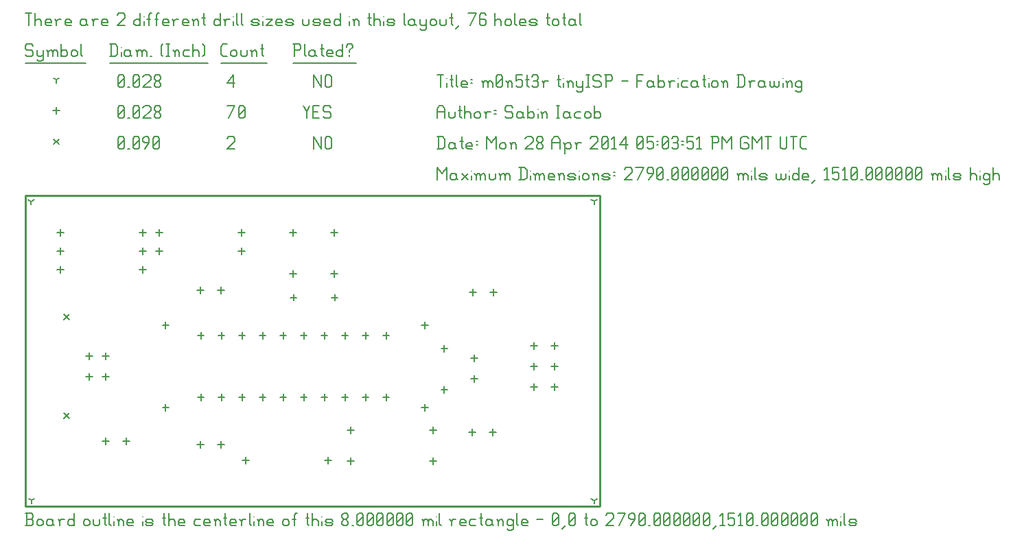
<source format=gbr>
G04 start of page 9 for group -3984 idx -3984 *
G04 Title: m0n5t3r tinyISP, fab *
G04 Creator: pcb 1.99z *
G04 CreationDate: Mon 28 Apr 2014 05:03:51 PM GMT UTC *
G04 For: iacobs *
G04 Format: Gerber/RS-274X *
G04 PCB-Dimensions (mil): 2790.00 1510.00 *
G04 PCB-Coordinate-Origin: lower left *
%MOIN*%
%FSLAX25Y25*%
%LNFAB*%
%ADD46C,0.0100*%
%ADD45C,0.0075*%
%ADD44C,0.0060*%
%ADD43C,0.0080*%
G54D43*X18800Y93200D02*X21200Y90800D01*
X18800D02*X21200Y93200D01*
X18800Y45200D02*X21200Y42800D01*
X18800D02*X21200Y45200D01*
X13800Y178450D02*X16200Y176050D01*
X13800D02*X16200Y178450D01*
G54D44*X140000Y179500D02*Y173500D01*
Y179500D02*X143750Y173500D01*
Y179500D02*Y173500D01*
X145550Y178750D02*Y174250D01*
Y178750D02*X146300Y179500D01*
X147800D01*
X148550Y178750D01*
Y174250D01*
X147800Y173500D02*X148550Y174250D01*
X146300Y173500D02*X147800D01*
X145550Y174250D02*X146300Y173500D01*
X98000Y178750D02*X98750Y179500D01*
X101000D01*
X101750Y178750D01*
Y177250D01*
X98000Y173500D02*X101750Y177250D01*
X98000Y173500D02*X101750D01*
X45000Y174250D02*X45750Y173500D01*
X45000Y178750D02*Y174250D01*
Y178750D02*X45750Y179500D01*
X47250D01*
X48000Y178750D01*
Y174250D01*
X47250Y173500D02*X48000Y174250D01*
X45750Y173500D02*X47250D01*
X45000Y175000D02*X48000Y178000D01*
X49800Y173500D02*X50550D01*
X52350Y174250D02*X53100Y173500D01*
X52350Y178750D02*Y174250D01*
Y178750D02*X53100Y179500D01*
X54600D01*
X55350Y178750D01*
Y174250D01*
X54600Y173500D02*X55350Y174250D01*
X53100Y173500D02*X54600D01*
X52350Y175000D02*X55350Y178000D01*
X57900Y173500D02*X60150Y176500D01*
Y178750D02*Y176500D01*
X59400Y179500D02*X60150Y178750D01*
X57900Y179500D02*X59400D01*
X57150Y178750D02*X57900Y179500D01*
X57150Y178750D02*Y177250D01*
X57900Y176500D01*
X60150D01*
X61950Y174250D02*X62700Y173500D01*
X61950Y178750D02*Y174250D01*
Y178750D02*X62700Y179500D01*
X64200D01*
X64950Y178750D01*
Y174250D01*
X64200Y173500D02*X64950Y174250D01*
X62700Y173500D02*X64200D01*
X61950Y175000D02*X64950Y178000D01*
X68139Y49514D02*Y46314D01*
X66539Y47914D02*X69739D01*
X68139Y89514D02*Y86314D01*
X66539Y87914D02*X69739D01*
X227000Y37600D02*Y34400D01*
X225400Y36000D02*X228600D01*
X217000Y37600D02*Y34400D01*
X215400Y36000D02*X218600D01*
X49018Y33174D02*Y29974D01*
X47418Y31574D02*X50618D01*
X39018Y33174D02*Y29974D01*
X37418Y31574D02*X40618D01*
X217224Y105646D02*Y102446D01*
X215624Y104046D02*X218824D01*
X227224Y105646D02*Y102446D01*
X225624Y104046D02*X228824D01*
X85000Y31600D02*Y28400D01*
X83400Y30000D02*X86600D01*
X95000Y31600D02*Y28400D01*
X93400Y30000D02*X96600D01*
X257000Y59600D02*Y56400D01*
X255400Y58000D02*X258600D01*
X247000Y59600D02*Y56400D01*
X245400Y58000D02*X248600D01*
X257000Y69600D02*Y66400D01*
X255400Y68000D02*X258600D01*
X247000Y69600D02*Y66400D01*
X245400Y68000D02*X248600D01*
X257000Y79600D02*Y76400D01*
X255400Y78000D02*X258600D01*
X247000Y79600D02*Y76400D01*
X245400Y78000D02*X248600D01*
X95000Y106600D02*Y103400D01*
X93400Y105000D02*X96600D01*
X85000Y106600D02*Y103400D01*
X83400Y105000D02*X86600D01*
X57000Y116600D02*Y113400D01*
X55400Y115000D02*X58600D01*
X17000Y116600D02*Y113400D01*
X15400Y115000D02*X18600D01*
X39000Y64600D02*Y61400D01*
X37400Y63000D02*X40600D01*
X39000Y74600D02*Y71400D01*
X37400Y73000D02*X40600D01*
X31000Y74600D02*Y71400D01*
X29400Y73000D02*X32600D01*
X31000Y64600D02*Y61400D01*
X29400Y63000D02*X32600D01*
X175170Y84502D02*Y81302D01*
X173570Y82902D02*X176770D01*
X165170Y84502D02*Y81302D01*
X163570Y82902D02*X166770D01*
X155170Y84502D02*Y81302D01*
X153570Y82902D02*X156770D01*
X145170Y84502D02*Y81302D01*
X143570Y82902D02*X146770D01*
X135170Y84502D02*Y81302D01*
X133570Y82902D02*X136770D01*
X125170Y84502D02*Y81302D01*
X123570Y82902D02*X126770D01*
X115170Y84502D02*Y81302D01*
X113570Y82902D02*X116770D01*
X105170Y84502D02*Y81302D01*
X103570Y82902D02*X106770D01*
X95170Y84502D02*Y81302D01*
X93570Y82902D02*X96770D01*
X85170Y84502D02*Y81302D01*
X83570Y82902D02*X86770D01*
X85170Y54502D02*Y51302D01*
X83570Y52902D02*X86770D01*
X95170Y54502D02*Y51302D01*
X93570Y52902D02*X96770D01*
X105170Y54502D02*Y51302D01*
X103570Y52902D02*X106770D01*
X115170Y54502D02*Y51302D01*
X113570Y52902D02*X116770D01*
X125170Y54502D02*Y51302D01*
X123570Y52902D02*X126770D01*
X135170Y54502D02*Y51302D01*
X133570Y52902D02*X136770D01*
X145170Y54502D02*Y51302D01*
X143570Y52902D02*X146770D01*
X155170Y54502D02*Y51302D01*
X153570Y52902D02*X156770D01*
X165170Y54502D02*Y51302D01*
X163570Y52902D02*X166770D01*
X175170Y54502D02*Y51302D01*
X173570Y52902D02*X176770D01*
X17000Y134600D02*Y131400D01*
X15400Y133000D02*X18600D01*
X57000Y134600D02*Y131400D01*
X55400Y133000D02*X58600D01*
X17000Y125600D02*Y122400D01*
X15400Y124000D02*X18600D01*
X57000Y125600D02*Y122400D01*
X55400Y124000D02*X58600D01*
X105000Y125600D02*Y122400D01*
X103400Y124000D02*X106600D01*
X65000Y125600D02*Y122400D01*
X63400Y124000D02*X66600D01*
X158000Y38600D02*Y35400D01*
X156400Y37000D02*X159600D01*
X198000Y38600D02*Y35400D01*
X196400Y37000D02*X199600D01*
X158000Y23627D02*Y20427D01*
X156400Y22027D02*X159600D01*
X198000Y23627D02*Y20427D01*
X196400Y22027D02*X199600D01*
X107000Y23878D02*Y20678D01*
X105400Y22278D02*X108600D01*
X147000Y23878D02*Y20678D01*
X145400Y22278D02*X148600D01*
X194000Y49600D02*Y46400D01*
X192400Y48000D02*X195600D01*
X194000Y89600D02*Y86400D01*
X192400Y88000D02*X195600D01*
X203433Y58170D02*Y54970D01*
X201833Y56570D02*X205033D01*
X203433Y78170D02*Y74970D01*
X201833Y76570D02*X205033D01*
X218000Y63600D02*Y60400D01*
X216400Y62000D02*X219600D01*
X218000Y73600D02*Y70400D01*
X216400Y72000D02*X219600D01*
X150000Y134600D02*Y131400D01*
X148400Y133000D02*X151600D01*
X150000Y114600D02*Y111400D01*
X148400Y113000D02*X151600D01*
X130000Y134600D02*Y131400D01*
X128400Y133000D02*X131600D01*
X130000Y114600D02*Y111400D01*
X128400Y113000D02*X131600D01*
X150159Y103083D02*Y99883D01*
X148559Y101483D02*X151759D01*
X130159Y103083D02*Y99883D01*
X128559Y101483D02*X131759D01*
X105000Y134600D02*Y131400D01*
X103400Y133000D02*X106600D01*
X65000Y134600D02*Y131400D01*
X63400Y133000D02*X66600D01*
X276200Y148200D02*Y146600D01*
Y148200D02*X277587Y149000D01*
X276200Y148200D02*X274813Y149000D01*
X276200Y2800D02*Y1200D01*
Y2800D02*X277587Y3600D01*
X276200Y2800D02*X274813Y3600D01*
X2900Y2900D02*Y1300D01*
Y2900D02*X4287Y3700D01*
X2900Y2900D02*X1513Y3700D01*
X2800Y148100D02*Y146500D01*
Y148100D02*X4187Y148900D01*
X2800Y148100D02*X1413Y148900D01*
X15000Y193850D02*Y190650D01*
X13400Y192250D02*X16600D01*
X135000Y194500D02*X136500Y191500D01*
X138000Y194500D01*
X136500Y191500D02*Y188500D01*
X139800Y191800D02*X142050D01*
X139800Y188500D02*X142800D01*
X139800Y194500D02*Y188500D01*
Y194500D02*X142800D01*
X147600D02*X148350Y193750D01*
X145350Y194500D02*X147600D01*
X144600Y193750D02*X145350Y194500D01*
X144600Y193750D02*Y192250D01*
X145350Y191500D01*
X147600D01*
X148350Y190750D01*
Y189250D01*
X147600Y188500D02*X148350Y189250D01*
X145350Y188500D02*X147600D01*
X144600Y189250D02*X145350Y188500D01*
X98750D02*X101750Y194500D01*
X98000D02*X101750D01*
X103550Y189250D02*X104300Y188500D01*
X103550Y193750D02*Y189250D01*
Y193750D02*X104300Y194500D01*
X105800D01*
X106550Y193750D01*
Y189250D01*
X105800Y188500D02*X106550Y189250D01*
X104300Y188500D02*X105800D01*
X103550Y190000D02*X106550Y193000D01*
X15000Y207250D02*Y205650D01*
Y207250D02*X16387Y208050D01*
X15000Y207250D02*X13613Y208050D01*
X140000Y209500D02*Y203500D01*
Y209500D02*X143750Y203500D01*
Y209500D02*Y203500D01*
X145550Y208750D02*Y204250D01*
Y208750D02*X146300Y209500D01*
X147800D01*
X148550Y208750D01*
Y204250D01*
X147800Y203500D02*X148550Y204250D01*
X146300Y203500D02*X147800D01*
X145550Y204250D02*X146300Y203500D01*
X98000Y205750D02*X101000Y209500D01*
X98000Y205750D02*X101750D01*
X101000Y209500D02*Y203500D01*
X45000Y204250D02*X45750Y203500D01*
X45000Y208750D02*Y204250D01*
Y208750D02*X45750Y209500D01*
X47250D01*
X48000Y208750D01*
Y204250D01*
X47250Y203500D02*X48000Y204250D01*
X45750Y203500D02*X47250D01*
X45000Y205000D02*X48000Y208000D01*
X49800Y203500D02*X50550D01*
X52350Y204250D02*X53100Y203500D01*
X52350Y208750D02*Y204250D01*
Y208750D02*X53100Y209500D01*
X54600D01*
X55350Y208750D01*
Y204250D01*
X54600Y203500D02*X55350Y204250D01*
X53100Y203500D02*X54600D01*
X52350Y205000D02*X55350Y208000D01*
X57150Y208750D02*X57900Y209500D01*
X60150D01*
X60900Y208750D01*
Y207250D01*
X57150Y203500D02*X60900Y207250D01*
X57150Y203500D02*X60900D01*
X62700Y204250D02*X63450Y203500D01*
X62700Y205450D02*Y204250D01*
Y205450D02*X63750Y206500D01*
X64650D01*
X65700Y205450D01*
Y204250D01*
X64950Y203500D02*X65700Y204250D01*
X63450Y203500D02*X64950D01*
X62700Y207550D02*X63750Y206500D01*
X62700Y208750D02*Y207550D01*
Y208750D02*X63450Y209500D01*
X64950D01*
X65700Y208750D01*
Y207550D01*
X64650Y206500D02*X65700Y207550D01*
X45000Y189250D02*X45750Y188500D01*
X45000Y193750D02*Y189250D01*
Y193750D02*X45750Y194500D01*
X47250D01*
X48000Y193750D01*
Y189250D01*
X47250Y188500D02*X48000Y189250D01*
X45750Y188500D02*X47250D01*
X45000Y190000D02*X48000Y193000D01*
X49800Y188500D02*X50550D01*
X52350Y189250D02*X53100Y188500D01*
X52350Y193750D02*Y189250D01*
Y193750D02*X53100Y194500D01*
X54600D01*
X55350Y193750D01*
Y189250D01*
X54600Y188500D02*X55350Y189250D01*
X53100Y188500D02*X54600D01*
X52350Y190000D02*X55350Y193000D01*
X57150Y193750D02*X57900Y194500D01*
X60150D01*
X60900Y193750D01*
Y192250D01*
X57150Y188500D02*X60900Y192250D01*
X57150Y188500D02*X60900D01*
X62700Y189250D02*X63450Y188500D01*
X62700Y190450D02*Y189250D01*
Y190450D02*X63750Y191500D01*
X64650D01*
X65700Y190450D01*
Y189250D01*
X64950Y188500D02*X65700Y189250D01*
X63450Y188500D02*X64950D01*
X62700Y192550D02*X63750Y191500D01*
X62700Y193750D02*Y192550D01*
Y193750D02*X63450Y194500D01*
X64950D01*
X65700Y193750D01*
Y192550D01*
X64650Y191500D02*X65700Y192550D01*
X3000Y224500D02*X3750Y223750D01*
X750Y224500D02*X3000D01*
X0Y223750D02*X750Y224500D01*
X0Y223750D02*Y222250D01*
X750Y221500D01*
X3000D01*
X3750Y220750D01*
Y219250D01*
X3000Y218500D02*X3750Y219250D01*
X750Y218500D02*X3000D01*
X0Y219250D02*X750Y218500D01*
X5550Y221500D02*Y219250D01*
X6300Y218500D01*
X8550Y221500D02*Y217000D01*
X7800Y216250D02*X8550Y217000D01*
X6300Y216250D02*X7800D01*
X5550Y217000D02*X6300Y216250D01*
Y218500D02*X7800D01*
X8550Y219250D01*
X11100Y220750D02*Y218500D01*
Y220750D02*X11850Y221500D01*
X12600D01*
X13350Y220750D01*
Y218500D01*
Y220750D02*X14100Y221500D01*
X14850D01*
X15600Y220750D01*
Y218500D01*
X10350Y221500D02*X11100Y220750D01*
X17400Y224500D02*Y218500D01*
Y219250D02*X18150Y218500D01*
X19650D01*
X20400Y219250D01*
Y220750D02*Y219250D01*
X19650Y221500D02*X20400Y220750D01*
X18150Y221500D02*X19650D01*
X17400Y220750D02*X18150Y221500D01*
X22200Y220750D02*Y219250D01*
Y220750D02*X22950Y221500D01*
X24450D01*
X25200Y220750D01*
Y219250D01*
X24450Y218500D02*X25200Y219250D01*
X22950Y218500D02*X24450D01*
X22200Y219250D02*X22950Y218500D01*
X27000Y224500D02*Y219250D01*
X27750Y218500D01*
X0Y215250D02*X29250D01*
X41750Y224500D02*Y218500D01*
X43700Y224500D02*X44750Y223450D01*
Y219550D01*
X43700Y218500D02*X44750Y219550D01*
X41000Y218500D02*X43700D01*
X41000Y224500D02*X43700D01*
G54D45*X46550Y223000D02*Y222850D01*
G54D44*Y220750D02*Y218500D01*
X50300Y221500D02*X51050Y220750D01*
X48800Y221500D02*X50300D01*
X48050Y220750D02*X48800Y221500D01*
X48050Y220750D02*Y219250D01*
X48800Y218500D01*
X51050Y221500D02*Y219250D01*
X51800Y218500D01*
X48800D02*X50300D01*
X51050Y219250D01*
X54350Y220750D02*Y218500D01*
Y220750D02*X55100Y221500D01*
X55850D01*
X56600Y220750D01*
Y218500D01*
Y220750D02*X57350Y221500D01*
X58100D01*
X58850Y220750D01*
Y218500D01*
X53600Y221500D02*X54350Y220750D01*
X60650Y218500D02*X61400D01*
X65900Y219250D02*X66650Y218500D01*
X65900Y223750D02*X66650Y224500D01*
X65900Y223750D02*Y219250D01*
X68450Y224500D02*X69950D01*
X69200D02*Y218500D01*
X68450D02*X69950D01*
X72500Y220750D02*Y218500D01*
Y220750D02*X73250Y221500D01*
X74000D01*
X74750Y220750D01*
Y218500D01*
X71750Y221500D02*X72500Y220750D01*
X77300Y221500D02*X79550D01*
X76550Y220750D02*X77300Y221500D01*
X76550Y220750D02*Y219250D01*
X77300Y218500D01*
X79550D01*
X81350Y224500D02*Y218500D01*
Y220750D02*X82100Y221500D01*
X83600D01*
X84350Y220750D01*
Y218500D01*
X86150Y224500D02*X86900Y223750D01*
Y219250D01*
X86150Y218500D02*X86900Y219250D01*
X41000Y215250D02*X88700D01*
X96050Y218500D02*X98000D01*
X95000Y219550D02*X96050Y218500D01*
X95000Y223450D02*Y219550D01*
Y223450D02*X96050Y224500D01*
X98000D01*
X99800Y220750D02*Y219250D01*
Y220750D02*X100550Y221500D01*
X102050D01*
X102800Y220750D01*
Y219250D01*
X102050Y218500D02*X102800Y219250D01*
X100550Y218500D02*X102050D01*
X99800Y219250D02*X100550Y218500D01*
X104600Y221500D02*Y219250D01*
X105350Y218500D01*
X106850D01*
X107600Y219250D01*
Y221500D02*Y219250D01*
X110150Y220750D02*Y218500D01*
Y220750D02*X110900Y221500D01*
X111650D01*
X112400Y220750D01*
Y218500D01*
X109400Y221500D02*X110150Y220750D01*
X114950Y224500D02*Y219250D01*
X115700Y218500D01*
X114200Y222250D02*X115700D01*
X95000Y215250D02*X117200D01*
X130750Y224500D02*Y218500D01*
X130000Y224500D02*X133000D01*
X133750Y223750D01*
Y222250D01*
X133000Y221500D02*X133750Y222250D01*
X130750Y221500D02*X133000D01*
X135550Y224500D02*Y219250D01*
X136300Y218500D01*
X140050Y221500D02*X140800Y220750D01*
X138550Y221500D02*X140050D01*
X137800Y220750D02*X138550Y221500D01*
X137800Y220750D02*Y219250D01*
X138550Y218500D01*
X140800Y221500D02*Y219250D01*
X141550Y218500D01*
X138550D02*X140050D01*
X140800Y219250D01*
X144100Y224500D02*Y219250D01*
X144850Y218500D01*
X143350Y222250D02*X144850D01*
X147100Y218500D02*X149350D01*
X146350Y219250D02*X147100Y218500D01*
X146350Y220750D02*Y219250D01*
Y220750D02*X147100Y221500D01*
X148600D01*
X149350Y220750D01*
X146350Y220000D02*X149350D01*
Y220750D02*Y220000D01*
X154150Y224500D02*Y218500D01*
X153400D02*X154150Y219250D01*
X151900Y218500D02*X153400D01*
X151150Y219250D02*X151900Y218500D01*
X151150Y220750D02*Y219250D01*
Y220750D02*X151900Y221500D01*
X153400D01*
X154150Y220750D01*
X157450Y221500D02*Y220750D01*
Y219250D02*Y218500D01*
X155950Y223750D02*Y223000D01*
Y223750D02*X156700Y224500D01*
X158200D01*
X158950Y223750D01*
Y223000D01*
X157450Y221500D02*X158950Y223000D01*
X130000Y215250D02*X160750D01*
X0Y239500D02*X3000D01*
X1500D02*Y233500D01*
X4800Y239500D02*Y233500D01*
Y235750D02*X5550Y236500D01*
X7050D01*
X7800Y235750D01*
Y233500D01*
X10350D02*X12600D01*
X9600Y234250D02*X10350Y233500D01*
X9600Y235750D02*Y234250D01*
Y235750D02*X10350Y236500D01*
X11850D01*
X12600Y235750D01*
X9600Y235000D02*X12600D01*
Y235750D02*Y235000D01*
X15150Y235750D02*Y233500D01*
Y235750D02*X15900Y236500D01*
X17400D01*
X14400D02*X15150Y235750D01*
X19950Y233500D02*X22200D01*
X19200Y234250D02*X19950Y233500D01*
X19200Y235750D02*Y234250D01*
Y235750D02*X19950Y236500D01*
X21450D01*
X22200Y235750D01*
X19200Y235000D02*X22200D01*
Y235750D02*Y235000D01*
X28950Y236500D02*X29700Y235750D01*
X27450Y236500D02*X28950D01*
X26700Y235750D02*X27450Y236500D01*
X26700Y235750D02*Y234250D01*
X27450Y233500D01*
X29700Y236500D02*Y234250D01*
X30450Y233500D01*
X27450D02*X28950D01*
X29700Y234250D01*
X33000Y235750D02*Y233500D01*
Y235750D02*X33750Y236500D01*
X35250D01*
X32250D02*X33000Y235750D01*
X37800Y233500D02*X40050D01*
X37050Y234250D02*X37800Y233500D01*
X37050Y235750D02*Y234250D01*
Y235750D02*X37800Y236500D01*
X39300D01*
X40050Y235750D01*
X37050Y235000D02*X40050D01*
Y235750D02*Y235000D01*
X44550Y238750D02*X45300Y239500D01*
X47550D01*
X48300Y238750D01*
Y237250D01*
X44550Y233500D02*X48300Y237250D01*
X44550Y233500D02*X48300D01*
X55800Y239500D02*Y233500D01*
X55050D02*X55800Y234250D01*
X53550Y233500D02*X55050D01*
X52800Y234250D02*X53550Y233500D01*
X52800Y235750D02*Y234250D01*
Y235750D02*X53550Y236500D01*
X55050D01*
X55800Y235750D01*
G54D45*X57600Y238000D02*Y237850D01*
G54D44*Y235750D02*Y233500D01*
X59850Y238750D02*Y233500D01*
Y238750D02*X60600Y239500D01*
X61350D01*
X59100Y236500D02*X60600D01*
X63600Y238750D02*Y233500D01*
Y238750D02*X64350Y239500D01*
X65100D01*
X62850Y236500D02*X64350D01*
X67350Y233500D02*X69600D01*
X66600Y234250D02*X67350Y233500D01*
X66600Y235750D02*Y234250D01*
Y235750D02*X67350Y236500D01*
X68850D01*
X69600Y235750D01*
X66600Y235000D02*X69600D01*
Y235750D02*Y235000D01*
X72150Y235750D02*Y233500D01*
Y235750D02*X72900Y236500D01*
X74400D01*
X71400D02*X72150Y235750D01*
X76950Y233500D02*X79200D01*
X76200Y234250D02*X76950Y233500D01*
X76200Y235750D02*Y234250D01*
Y235750D02*X76950Y236500D01*
X78450D01*
X79200Y235750D01*
X76200Y235000D02*X79200D01*
Y235750D02*Y235000D01*
X81750Y235750D02*Y233500D01*
Y235750D02*X82500Y236500D01*
X83250D01*
X84000Y235750D01*
Y233500D01*
X81000Y236500D02*X81750Y235750D01*
X86550Y239500D02*Y234250D01*
X87300Y233500D01*
X85800Y237250D02*X87300D01*
X94500Y239500D02*Y233500D01*
X93750D02*X94500Y234250D01*
X92250Y233500D02*X93750D01*
X91500Y234250D02*X92250Y233500D01*
X91500Y235750D02*Y234250D01*
Y235750D02*X92250Y236500D01*
X93750D01*
X94500Y235750D01*
X97050D02*Y233500D01*
Y235750D02*X97800Y236500D01*
X99300D01*
X96300D02*X97050Y235750D01*
G54D45*X101100Y238000D02*Y237850D01*
G54D44*Y235750D02*Y233500D01*
X102600Y239500D02*Y234250D01*
X103350Y233500D01*
X104850Y239500D02*Y234250D01*
X105600Y233500D01*
X110550D02*X112800D01*
X113550Y234250D01*
X112800Y235000D02*X113550Y234250D01*
X110550Y235000D02*X112800D01*
X109800Y235750D02*X110550Y235000D01*
X109800Y235750D02*X110550Y236500D01*
X112800D01*
X113550Y235750D01*
X109800Y234250D02*X110550Y233500D01*
G54D45*X115350Y238000D02*Y237850D01*
G54D44*Y235750D02*Y233500D01*
X116850Y236500D02*X119850D01*
X116850Y233500D02*X119850Y236500D01*
X116850Y233500D02*X119850D01*
X122400D02*X124650D01*
X121650Y234250D02*X122400Y233500D01*
X121650Y235750D02*Y234250D01*
Y235750D02*X122400Y236500D01*
X123900D01*
X124650Y235750D01*
X121650Y235000D02*X124650D01*
Y235750D02*Y235000D01*
X127200Y233500D02*X129450D01*
X130200Y234250D01*
X129450Y235000D02*X130200Y234250D01*
X127200Y235000D02*X129450D01*
X126450Y235750D02*X127200Y235000D01*
X126450Y235750D02*X127200Y236500D01*
X129450D01*
X130200Y235750D01*
X126450Y234250D02*X127200Y233500D01*
X134700Y236500D02*Y234250D01*
X135450Y233500D01*
X136950D01*
X137700Y234250D01*
Y236500D02*Y234250D01*
X140250Y233500D02*X142500D01*
X143250Y234250D01*
X142500Y235000D02*X143250Y234250D01*
X140250Y235000D02*X142500D01*
X139500Y235750D02*X140250Y235000D01*
X139500Y235750D02*X140250Y236500D01*
X142500D01*
X143250Y235750D01*
X139500Y234250D02*X140250Y233500D01*
X145800D02*X148050D01*
X145050Y234250D02*X145800Y233500D01*
X145050Y235750D02*Y234250D01*
Y235750D02*X145800Y236500D01*
X147300D01*
X148050Y235750D01*
X145050Y235000D02*X148050D01*
Y235750D02*Y235000D01*
X152850Y239500D02*Y233500D01*
X152100D02*X152850Y234250D01*
X150600Y233500D02*X152100D01*
X149850Y234250D02*X150600Y233500D01*
X149850Y235750D02*Y234250D01*
Y235750D02*X150600Y236500D01*
X152100D01*
X152850Y235750D01*
G54D45*X157350Y238000D02*Y237850D01*
G54D44*Y235750D02*Y233500D01*
X159600Y235750D02*Y233500D01*
Y235750D02*X160350Y236500D01*
X161100D01*
X161850Y235750D01*
Y233500D01*
X158850Y236500D02*X159600Y235750D01*
X167100Y239500D02*Y234250D01*
X167850Y233500D01*
X166350Y237250D02*X167850D01*
X169350Y239500D02*Y233500D01*
Y235750D02*X170100Y236500D01*
X171600D01*
X172350Y235750D01*
Y233500D01*
G54D45*X174150Y238000D02*Y237850D01*
G54D44*Y235750D02*Y233500D01*
X176400D02*X178650D01*
X179400Y234250D01*
X178650Y235000D02*X179400Y234250D01*
X176400Y235000D02*X178650D01*
X175650Y235750D02*X176400Y235000D01*
X175650Y235750D02*X176400Y236500D01*
X178650D01*
X179400Y235750D01*
X175650Y234250D02*X176400Y233500D01*
X183900Y239500D02*Y234250D01*
X184650Y233500D01*
X188400Y236500D02*X189150Y235750D01*
X186900Y236500D02*X188400D01*
X186150Y235750D02*X186900Y236500D01*
X186150Y235750D02*Y234250D01*
X186900Y233500D01*
X189150Y236500D02*Y234250D01*
X189900Y233500D01*
X186900D02*X188400D01*
X189150Y234250D01*
X191700Y236500D02*Y234250D01*
X192450Y233500D01*
X194700Y236500D02*Y232000D01*
X193950Y231250D02*X194700Y232000D01*
X192450Y231250D02*X193950D01*
X191700Y232000D02*X192450Y231250D01*
Y233500D02*X193950D01*
X194700Y234250D01*
X196500Y235750D02*Y234250D01*
Y235750D02*X197250Y236500D01*
X198750D01*
X199500Y235750D01*
Y234250D01*
X198750Y233500D02*X199500Y234250D01*
X197250Y233500D02*X198750D01*
X196500Y234250D02*X197250Y233500D01*
X201300Y236500D02*Y234250D01*
X202050Y233500D01*
X203550D01*
X204300Y234250D01*
Y236500D02*Y234250D01*
X206850Y239500D02*Y234250D01*
X207600Y233500D01*
X206100Y237250D02*X207600D01*
X209100Y232000D02*X210600Y233500D01*
X215850D02*X218850Y239500D01*
X215100D02*X218850D01*
X222900D02*X223650Y238750D01*
X221400Y239500D02*X222900D01*
X220650Y238750D02*X221400Y239500D01*
X220650Y238750D02*Y234250D01*
X221400Y233500D01*
X222900Y236800D02*X223650Y236050D01*
X220650Y236800D02*X222900D01*
X221400Y233500D02*X222900D01*
X223650Y234250D01*
Y236050D02*Y234250D01*
X228150Y239500D02*Y233500D01*
Y235750D02*X228900Y236500D01*
X230400D01*
X231150Y235750D01*
Y233500D01*
X232950Y235750D02*Y234250D01*
Y235750D02*X233700Y236500D01*
X235200D01*
X235950Y235750D01*
Y234250D01*
X235200Y233500D02*X235950Y234250D01*
X233700Y233500D02*X235200D01*
X232950Y234250D02*X233700Y233500D01*
X237750Y239500D02*Y234250D01*
X238500Y233500D01*
X240750D02*X243000D01*
X240000Y234250D02*X240750Y233500D01*
X240000Y235750D02*Y234250D01*
Y235750D02*X240750Y236500D01*
X242250D01*
X243000Y235750D01*
X240000Y235000D02*X243000D01*
Y235750D02*Y235000D01*
X245550Y233500D02*X247800D01*
X248550Y234250D01*
X247800Y235000D02*X248550Y234250D01*
X245550Y235000D02*X247800D01*
X244800Y235750D02*X245550Y235000D01*
X244800Y235750D02*X245550Y236500D01*
X247800D01*
X248550Y235750D01*
X244800Y234250D02*X245550Y233500D01*
X253800Y239500D02*Y234250D01*
X254550Y233500D01*
X253050Y237250D02*X254550D01*
X256050Y235750D02*Y234250D01*
Y235750D02*X256800Y236500D01*
X258300D01*
X259050Y235750D01*
Y234250D01*
X258300Y233500D02*X259050Y234250D01*
X256800Y233500D02*X258300D01*
X256050Y234250D02*X256800Y233500D01*
X261600Y239500D02*Y234250D01*
X262350Y233500D01*
X260850Y237250D02*X262350D01*
X266100Y236500D02*X266850Y235750D01*
X264600Y236500D02*X266100D01*
X263850Y235750D02*X264600Y236500D01*
X263850Y235750D02*Y234250D01*
X264600Y233500D01*
X266850Y236500D02*Y234250D01*
X267600Y233500D01*
X264600D02*X266100D01*
X266850Y234250D01*
X269400Y239500D02*Y234250D01*
X270150Y233500D01*
G54D46*X0Y151000D02*X279000D01*
X0D02*Y0D01*
X279000Y151000D02*Y0D01*
X0D02*X279000D01*
G54D44*X200000Y164500D02*Y158500D01*
Y164500D02*X202250Y161500D01*
X204500Y164500D01*
Y158500D01*
X208550Y161500D02*X209300Y160750D01*
X207050Y161500D02*X208550D01*
X206300Y160750D02*X207050Y161500D01*
X206300Y160750D02*Y159250D01*
X207050Y158500D01*
X209300Y161500D02*Y159250D01*
X210050Y158500D01*
X207050D02*X208550D01*
X209300Y159250D01*
X211850Y161500D02*X214850Y158500D01*
X211850D02*X214850Y161500D01*
G54D45*X216650Y163000D02*Y162850D01*
G54D44*Y160750D02*Y158500D01*
X218900Y160750D02*Y158500D01*
Y160750D02*X219650Y161500D01*
X220400D01*
X221150Y160750D01*
Y158500D01*
Y160750D02*X221900Y161500D01*
X222650D01*
X223400Y160750D01*
Y158500D01*
X218150Y161500D02*X218900Y160750D01*
X225200Y161500D02*Y159250D01*
X225950Y158500D01*
X227450D01*
X228200Y159250D01*
Y161500D02*Y159250D01*
X230750Y160750D02*Y158500D01*
Y160750D02*X231500Y161500D01*
X232250D01*
X233000Y160750D01*
Y158500D01*
Y160750D02*X233750Y161500D01*
X234500D01*
X235250Y160750D01*
Y158500D01*
X230000Y161500D02*X230750Y160750D01*
X240500Y164500D02*Y158500D01*
X242450Y164500D02*X243500Y163450D01*
Y159550D01*
X242450Y158500D02*X243500Y159550D01*
X239750Y158500D02*X242450D01*
X239750Y164500D02*X242450D01*
G54D45*X245300Y163000D02*Y162850D01*
G54D44*Y160750D02*Y158500D01*
X247550Y160750D02*Y158500D01*
Y160750D02*X248300Y161500D01*
X249050D01*
X249800Y160750D01*
Y158500D01*
Y160750D02*X250550Y161500D01*
X251300D01*
X252050Y160750D01*
Y158500D01*
X246800Y161500D02*X247550Y160750D01*
X254600Y158500D02*X256850D01*
X253850Y159250D02*X254600Y158500D01*
X253850Y160750D02*Y159250D01*
Y160750D02*X254600Y161500D01*
X256100D01*
X256850Y160750D01*
X253850Y160000D02*X256850D01*
Y160750D02*Y160000D01*
X259400Y160750D02*Y158500D01*
Y160750D02*X260150Y161500D01*
X260900D01*
X261650Y160750D01*
Y158500D01*
X258650Y161500D02*X259400Y160750D01*
X264200Y158500D02*X266450D01*
X267200Y159250D01*
X266450Y160000D02*X267200Y159250D01*
X264200Y160000D02*X266450D01*
X263450Y160750D02*X264200Y160000D01*
X263450Y160750D02*X264200Y161500D01*
X266450D01*
X267200Y160750D01*
X263450Y159250D02*X264200Y158500D01*
G54D45*X269000Y163000D02*Y162850D01*
G54D44*Y160750D02*Y158500D01*
X270500Y160750D02*Y159250D01*
Y160750D02*X271250Y161500D01*
X272750D01*
X273500Y160750D01*
Y159250D01*
X272750Y158500D02*X273500Y159250D01*
X271250Y158500D02*X272750D01*
X270500Y159250D02*X271250Y158500D01*
X276050Y160750D02*Y158500D01*
Y160750D02*X276800Y161500D01*
X277550D01*
X278300Y160750D01*
Y158500D01*
X275300Y161500D02*X276050Y160750D01*
X280850Y158500D02*X283100D01*
X283850Y159250D01*
X283100Y160000D02*X283850Y159250D01*
X280850Y160000D02*X283100D01*
X280100Y160750D02*X280850Y160000D01*
X280100Y160750D02*X280850Y161500D01*
X283100D01*
X283850Y160750D01*
X280100Y159250D02*X280850Y158500D01*
X285650Y162250D02*X286400D01*
X285650Y160750D02*X286400D01*
X290900Y163750D02*X291650Y164500D01*
X293900D01*
X294650Y163750D01*
Y162250D01*
X290900Y158500D02*X294650Y162250D01*
X290900Y158500D02*X294650D01*
X297200D02*X300200Y164500D01*
X296450D02*X300200D01*
X302750Y158500D02*X305000Y161500D01*
Y163750D02*Y161500D01*
X304250Y164500D02*X305000Y163750D01*
X302750Y164500D02*X304250D01*
X302000Y163750D02*X302750Y164500D01*
X302000Y163750D02*Y162250D01*
X302750Y161500D01*
X305000D01*
X306800Y159250D02*X307550Y158500D01*
X306800Y163750D02*Y159250D01*
Y163750D02*X307550Y164500D01*
X309050D01*
X309800Y163750D01*
Y159250D01*
X309050Y158500D02*X309800Y159250D01*
X307550Y158500D02*X309050D01*
X306800Y160000D02*X309800Y163000D01*
X311600Y158500D02*X312350D01*
X314150Y159250D02*X314900Y158500D01*
X314150Y163750D02*Y159250D01*
Y163750D02*X314900Y164500D01*
X316400D01*
X317150Y163750D01*
Y159250D01*
X316400Y158500D02*X317150Y159250D01*
X314900Y158500D02*X316400D01*
X314150Y160000D02*X317150Y163000D01*
X318950Y159250D02*X319700Y158500D01*
X318950Y163750D02*Y159250D01*
Y163750D02*X319700Y164500D01*
X321200D01*
X321950Y163750D01*
Y159250D01*
X321200Y158500D02*X321950Y159250D01*
X319700Y158500D02*X321200D01*
X318950Y160000D02*X321950Y163000D01*
X323750Y159250D02*X324500Y158500D01*
X323750Y163750D02*Y159250D01*
Y163750D02*X324500Y164500D01*
X326000D01*
X326750Y163750D01*
Y159250D01*
X326000Y158500D02*X326750Y159250D01*
X324500Y158500D02*X326000D01*
X323750Y160000D02*X326750Y163000D01*
X328550Y159250D02*X329300Y158500D01*
X328550Y163750D02*Y159250D01*
Y163750D02*X329300Y164500D01*
X330800D01*
X331550Y163750D01*
Y159250D01*
X330800Y158500D02*X331550Y159250D01*
X329300Y158500D02*X330800D01*
X328550Y160000D02*X331550Y163000D01*
X333350Y159250D02*X334100Y158500D01*
X333350Y163750D02*Y159250D01*
Y163750D02*X334100Y164500D01*
X335600D01*
X336350Y163750D01*
Y159250D01*
X335600Y158500D02*X336350Y159250D01*
X334100Y158500D02*X335600D01*
X333350Y160000D02*X336350Y163000D01*
X338150Y159250D02*X338900Y158500D01*
X338150Y163750D02*Y159250D01*
Y163750D02*X338900Y164500D01*
X340400D01*
X341150Y163750D01*
Y159250D01*
X340400Y158500D02*X341150Y159250D01*
X338900Y158500D02*X340400D01*
X338150Y160000D02*X341150Y163000D01*
X346400Y160750D02*Y158500D01*
Y160750D02*X347150Y161500D01*
X347900D01*
X348650Y160750D01*
Y158500D01*
Y160750D02*X349400Y161500D01*
X350150D01*
X350900Y160750D01*
Y158500D01*
X345650Y161500D02*X346400Y160750D01*
G54D45*X352700Y163000D02*Y162850D01*
G54D44*Y160750D02*Y158500D01*
X354200Y164500D02*Y159250D01*
X354950Y158500D01*
X357200D02*X359450D01*
X360200Y159250D01*
X359450Y160000D02*X360200Y159250D01*
X357200Y160000D02*X359450D01*
X356450Y160750D02*X357200Y160000D01*
X356450Y160750D02*X357200Y161500D01*
X359450D01*
X360200Y160750D01*
X356450Y159250D02*X357200Y158500D01*
X364700Y161500D02*Y159250D01*
X365450Y158500D01*
X366200D01*
X366950Y159250D01*
Y161500D02*Y159250D01*
X367700Y158500D01*
X368450D01*
X369200Y159250D01*
Y161500D02*Y159250D01*
G54D45*X371000Y163000D02*Y162850D01*
G54D44*Y160750D02*Y158500D01*
X375500Y164500D02*Y158500D01*
X374750D02*X375500Y159250D01*
X373250Y158500D02*X374750D01*
X372500Y159250D02*X373250Y158500D01*
X372500Y160750D02*Y159250D01*
Y160750D02*X373250Y161500D01*
X374750D01*
X375500Y160750D01*
X378050Y158500D02*X380300D01*
X377300Y159250D02*X378050Y158500D01*
X377300Y160750D02*Y159250D01*
Y160750D02*X378050Y161500D01*
X379550D01*
X380300Y160750D01*
X377300Y160000D02*X380300D01*
Y160750D02*Y160000D01*
X382100Y157000D02*X383600Y158500D01*
X388100Y163300D02*X389300Y164500D01*
Y158500D01*
X388100D02*X390350D01*
X392150Y164500D02*X395150D01*
X392150D02*Y161500D01*
X392900Y162250D01*
X394400D01*
X395150Y161500D01*
Y159250D01*
X394400Y158500D02*X395150Y159250D01*
X392900Y158500D02*X394400D01*
X392150Y159250D02*X392900Y158500D01*
X396950Y163300D02*X398150Y164500D01*
Y158500D01*
X396950D02*X399200D01*
X401000Y159250D02*X401750Y158500D01*
X401000Y163750D02*Y159250D01*
Y163750D02*X401750Y164500D01*
X403250D01*
X404000Y163750D01*
Y159250D01*
X403250Y158500D02*X404000Y159250D01*
X401750Y158500D02*X403250D01*
X401000Y160000D02*X404000Y163000D01*
X405800Y158500D02*X406550D01*
X408350Y159250D02*X409100Y158500D01*
X408350Y163750D02*Y159250D01*
Y163750D02*X409100Y164500D01*
X410600D01*
X411350Y163750D01*
Y159250D01*
X410600Y158500D02*X411350Y159250D01*
X409100Y158500D02*X410600D01*
X408350Y160000D02*X411350Y163000D01*
X413150Y159250D02*X413900Y158500D01*
X413150Y163750D02*Y159250D01*
Y163750D02*X413900Y164500D01*
X415400D01*
X416150Y163750D01*
Y159250D01*
X415400Y158500D02*X416150Y159250D01*
X413900Y158500D02*X415400D01*
X413150Y160000D02*X416150Y163000D01*
X417950Y159250D02*X418700Y158500D01*
X417950Y163750D02*Y159250D01*
Y163750D02*X418700Y164500D01*
X420200D01*
X420950Y163750D01*
Y159250D01*
X420200Y158500D02*X420950Y159250D01*
X418700Y158500D02*X420200D01*
X417950Y160000D02*X420950Y163000D01*
X422750Y159250D02*X423500Y158500D01*
X422750Y163750D02*Y159250D01*
Y163750D02*X423500Y164500D01*
X425000D01*
X425750Y163750D01*
Y159250D01*
X425000Y158500D02*X425750Y159250D01*
X423500Y158500D02*X425000D01*
X422750Y160000D02*X425750Y163000D01*
X427550Y159250D02*X428300Y158500D01*
X427550Y163750D02*Y159250D01*
Y163750D02*X428300Y164500D01*
X429800D01*
X430550Y163750D01*
Y159250D01*
X429800Y158500D02*X430550Y159250D01*
X428300Y158500D02*X429800D01*
X427550Y160000D02*X430550Y163000D01*
X432350Y159250D02*X433100Y158500D01*
X432350Y163750D02*Y159250D01*
Y163750D02*X433100Y164500D01*
X434600D01*
X435350Y163750D01*
Y159250D01*
X434600Y158500D02*X435350Y159250D01*
X433100Y158500D02*X434600D01*
X432350Y160000D02*X435350Y163000D01*
X440600Y160750D02*Y158500D01*
Y160750D02*X441350Y161500D01*
X442100D01*
X442850Y160750D01*
Y158500D01*
Y160750D02*X443600Y161500D01*
X444350D01*
X445100Y160750D01*
Y158500D01*
X439850Y161500D02*X440600Y160750D01*
G54D45*X446900Y163000D02*Y162850D01*
G54D44*Y160750D02*Y158500D01*
X448400Y164500D02*Y159250D01*
X449150Y158500D01*
X451400D02*X453650D01*
X454400Y159250D01*
X453650Y160000D02*X454400Y159250D01*
X451400Y160000D02*X453650D01*
X450650Y160750D02*X451400Y160000D01*
X450650Y160750D02*X451400Y161500D01*
X453650D01*
X454400Y160750D01*
X450650Y159250D02*X451400Y158500D01*
X458900Y164500D02*Y158500D01*
Y160750D02*X459650Y161500D01*
X461150D01*
X461900Y160750D01*
Y158500D01*
G54D45*X463700Y163000D02*Y162850D01*
G54D44*Y160750D02*Y158500D01*
X467450Y161500D02*X468200Y160750D01*
X465950Y161500D02*X467450D01*
X465200Y160750D02*X465950Y161500D01*
X465200Y160750D02*Y159250D01*
X465950Y158500D01*
X467450D01*
X468200Y159250D01*
X465200Y157000D02*X465950Y156250D01*
X467450D01*
X468200Y157000D01*
Y161500D02*Y157000D01*
X470000Y164500D02*Y158500D01*
Y160750D02*X470750Y161500D01*
X472250D01*
X473000Y160750D01*
Y158500D01*
X0Y-9500D02*X3000D01*
X3750Y-8750D01*
Y-6950D02*Y-8750D01*
X3000Y-6200D02*X3750Y-6950D01*
X750Y-6200D02*X3000D01*
X750Y-3500D02*Y-9500D01*
X0Y-3500D02*X3000D01*
X3750Y-4250D01*
Y-5450D01*
X3000Y-6200D02*X3750Y-5450D01*
X5550Y-7250D02*Y-8750D01*
Y-7250D02*X6300Y-6500D01*
X7800D01*
X8550Y-7250D01*
Y-8750D01*
X7800Y-9500D02*X8550Y-8750D01*
X6300Y-9500D02*X7800D01*
X5550Y-8750D02*X6300Y-9500D01*
X12600Y-6500D02*X13350Y-7250D01*
X11100Y-6500D02*X12600D01*
X10350Y-7250D02*X11100Y-6500D01*
X10350Y-7250D02*Y-8750D01*
X11100Y-9500D01*
X13350Y-6500D02*Y-8750D01*
X14100Y-9500D01*
X11100D02*X12600D01*
X13350Y-8750D01*
X16650Y-7250D02*Y-9500D01*
Y-7250D02*X17400Y-6500D01*
X18900D01*
X15900D02*X16650Y-7250D01*
X23700Y-3500D02*Y-9500D01*
X22950D02*X23700Y-8750D01*
X21450Y-9500D02*X22950D01*
X20700Y-8750D02*X21450Y-9500D01*
X20700Y-7250D02*Y-8750D01*
Y-7250D02*X21450Y-6500D01*
X22950D01*
X23700Y-7250D01*
X28200D02*Y-8750D01*
Y-7250D02*X28950Y-6500D01*
X30450D01*
X31200Y-7250D01*
Y-8750D01*
X30450Y-9500D02*X31200Y-8750D01*
X28950Y-9500D02*X30450D01*
X28200Y-8750D02*X28950Y-9500D01*
X33000Y-6500D02*Y-8750D01*
X33750Y-9500D01*
X35250D01*
X36000Y-8750D01*
Y-6500D02*Y-8750D01*
X38550Y-3500D02*Y-8750D01*
X39300Y-9500D01*
X37800Y-5750D02*X39300D01*
X40800Y-3500D02*Y-8750D01*
X41550Y-9500D01*
G54D45*X43050Y-5000D02*Y-5150D01*
G54D44*Y-7250D02*Y-9500D01*
X45300Y-7250D02*Y-9500D01*
Y-7250D02*X46050Y-6500D01*
X46800D01*
X47550Y-7250D01*
Y-9500D01*
X44550Y-6500D02*X45300Y-7250D01*
X50100Y-9500D02*X52350D01*
X49350Y-8750D02*X50100Y-9500D01*
X49350Y-7250D02*Y-8750D01*
Y-7250D02*X50100Y-6500D01*
X51600D01*
X52350Y-7250D01*
X49350Y-8000D02*X52350D01*
Y-7250D02*Y-8000D01*
G54D45*X56850Y-5000D02*Y-5150D01*
G54D44*Y-7250D02*Y-9500D01*
X59100D02*X61350D01*
X62100Y-8750D01*
X61350Y-8000D02*X62100Y-8750D01*
X59100Y-8000D02*X61350D01*
X58350Y-7250D02*X59100Y-8000D01*
X58350Y-7250D02*X59100Y-6500D01*
X61350D01*
X62100Y-7250D01*
X58350Y-8750D02*X59100Y-9500D01*
X67350Y-3500D02*Y-8750D01*
X68100Y-9500D01*
X66600Y-5750D02*X68100D01*
X69600Y-3500D02*Y-9500D01*
Y-7250D02*X70350Y-6500D01*
X71850D01*
X72600Y-7250D01*
Y-9500D01*
X75150D02*X77400D01*
X74400Y-8750D02*X75150Y-9500D01*
X74400Y-7250D02*Y-8750D01*
Y-7250D02*X75150Y-6500D01*
X76650D01*
X77400Y-7250D01*
X74400Y-8000D02*X77400D01*
Y-7250D02*Y-8000D01*
X82650Y-6500D02*X84900D01*
X81900Y-7250D02*X82650Y-6500D01*
X81900Y-7250D02*Y-8750D01*
X82650Y-9500D01*
X84900D01*
X87450D02*X89700D01*
X86700Y-8750D02*X87450Y-9500D01*
X86700Y-7250D02*Y-8750D01*
Y-7250D02*X87450Y-6500D01*
X88950D01*
X89700Y-7250D01*
X86700Y-8000D02*X89700D01*
Y-7250D02*Y-8000D01*
X92250Y-7250D02*Y-9500D01*
Y-7250D02*X93000Y-6500D01*
X93750D01*
X94500Y-7250D01*
Y-9500D01*
X91500Y-6500D02*X92250Y-7250D01*
X97050Y-3500D02*Y-8750D01*
X97800Y-9500D01*
X96300Y-5750D02*X97800D01*
X100050Y-9500D02*X102300D01*
X99300Y-8750D02*X100050Y-9500D01*
X99300Y-7250D02*Y-8750D01*
Y-7250D02*X100050Y-6500D01*
X101550D01*
X102300Y-7250D01*
X99300Y-8000D02*X102300D01*
Y-7250D02*Y-8000D01*
X104850Y-7250D02*Y-9500D01*
Y-7250D02*X105600Y-6500D01*
X107100D01*
X104100D02*X104850Y-7250D01*
X108900Y-3500D02*Y-8750D01*
X109650Y-9500D01*
G54D45*X111150Y-5000D02*Y-5150D01*
G54D44*Y-7250D02*Y-9500D01*
X113400Y-7250D02*Y-9500D01*
Y-7250D02*X114150Y-6500D01*
X114900D01*
X115650Y-7250D01*
Y-9500D01*
X112650Y-6500D02*X113400Y-7250D01*
X118200Y-9500D02*X120450D01*
X117450Y-8750D02*X118200Y-9500D01*
X117450Y-7250D02*Y-8750D01*
Y-7250D02*X118200Y-6500D01*
X119700D01*
X120450Y-7250D01*
X117450Y-8000D02*X120450D01*
Y-7250D02*Y-8000D01*
X124950Y-7250D02*Y-8750D01*
Y-7250D02*X125700Y-6500D01*
X127200D01*
X127950Y-7250D01*
Y-8750D01*
X127200Y-9500D02*X127950Y-8750D01*
X125700Y-9500D02*X127200D01*
X124950Y-8750D02*X125700Y-9500D01*
X130500Y-4250D02*Y-9500D01*
Y-4250D02*X131250Y-3500D01*
X132000D01*
X129750Y-6500D02*X131250D01*
X136950Y-3500D02*Y-8750D01*
X137700Y-9500D01*
X136200Y-5750D02*X137700D01*
X139200Y-3500D02*Y-9500D01*
Y-7250D02*X139950Y-6500D01*
X141450D01*
X142200Y-7250D01*
Y-9500D01*
G54D45*X144000Y-5000D02*Y-5150D01*
G54D44*Y-7250D02*Y-9500D01*
X146250D02*X148500D01*
X149250Y-8750D01*
X148500Y-8000D02*X149250Y-8750D01*
X146250Y-8000D02*X148500D01*
X145500Y-7250D02*X146250Y-8000D01*
X145500Y-7250D02*X146250Y-6500D01*
X148500D01*
X149250Y-7250D01*
X145500Y-8750D02*X146250Y-9500D01*
X153750Y-8750D02*X154500Y-9500D01*
X153750Y-7550D02*Y-8750D01*
Y-7550D02*X154800Y-6500D01*
X155700D01*
X156750Y-7550D01*
Y-8750D01*
X156000Y-9500D02*X156750Y-8750D01*
X154500Y-9500D02*X156000D01*
X153750Y-5450D02*X154800Y-6500D01*
X153750Y-4250D02*Y-5450D01*
Y-4250D02*X154500Y-3500D01*
X156000D01*
X156750Y-4250D01*
Y-5450D01*
X155700Y-6500D02*X156750Y-5450D01*
X158550Y-9500D02*X159300D01*
X161100Y-8750D02*X161850Y-9500D01*
X161100Y-4250D02*Y-8750D01*
Y-4250D02*X161850Y-3500D01*
X163350D01*
X164100Y-4250D01*
Y-8750D01*
X163350Y-9500D02*X164100Y-8750D01*
X161850Y-9500D02*X163350D01*
X161100Y-8000D02*X164100Y-5000D01*
X165900Y-8750D02*X166650Y-9500D01*
X165900Y-4250D02*Y-8750D01*
Y-4250D02*X166650Y-3500D01*
X168150D01*
X168900Y-4250D01*
Y-8750D01*
X168150Y-9500D02*X168900Y-8750D01*
X166650Y-9500D02*X168150D01*
X165900Y-8000D02*X168900Y-5000D01*
X170700Y-8750D02*X171450Y-9500D01*
X170700Y-4250D02*Y-8750D01*
Y-4250D02*X171450Y-3500D01*
X172950D01*
X173700Y-4250D01*
Y-8750D01*
X172950Y-9500D02*X173700Y-8750D01*
X171450Y-9500D02*X172950D01*
X170700Y-8000D02*X173700Y-5000D01*
X175500Y-8750D02*X176250Y-9500D01*
X175500Y-4250D02*Y-8750D01*
Y-4250D02*X176250Y-3500D01*
X177750D01*
X178500Y-4250D01*
Y-8750D01*
X177750Y-9500D02*X178500Y-8750D01*
X176250Y-9500D02*X177750D01*
X175500Y-8000D02*X178500Y-5000D01*
X180300Y-8750D02*X181050Y-9500D01*
X180300Y-4250D02*Y-8750D01*
Y-4250D02*X181050Y-3500D01*
X182550D01*
X183300Y-4250D01*
Y-8750D01*
X182550Y-9500D02*X183300Y-8750D01*
X181050Y-9500D02*X182550D01*
X180300Y-8000D02*X183300Y-5000D01*
X185100Y-8750D02*X185850Y-9500D01*
X185100Y-4250D02*Y-8750D01*
Y-4250D02*X185850Y-3500D01*
X187350D01*
X188100Y-4250D01*
Y-8750D01*
X187350Y-9500D02*X188100Y-8750D01*
X185850Y-9500D02*X187350D01*
X185100Y-8000D02*X188100Y-5000D01*
X193350Y-7250D02*Y-9500D01*
Y-7250D02*X194100Y-6500D01*
X194850D01*
X195600Y-7250D01*
Y-9500D01*
Y-7250D02*X196350Y-6500D01*
X197100D01*
X197850Y-7250D01*
Y-9500D01*
X192600Y-6500D02*X193350Y-7250D01*
G54D45*X199650Y-5000D02*Y-5150D01*
G54D44*Y-7250D02*Y-9500D01*
X201150Y-3500D02*Y-8750D01*
X201900Y-9500D01*
X206850Y-7250D02*Y-9500D01*
Y-7250D02*X207600Y-6500D01*
X209100D01*
X206100D02*X206850Y-7250D01*
X211650Y-9500D02*X213900D01*
X210900Y-8750D02*X211650Y-9500D01*
X210900Y-7250D02*Y-8750D01*
Y-7250D02*X211650Y-6500D01*
X213150D01*
X213900Y-7250D01*
X210900Y-8000D02*X213900D01*
Y-7250D02*Y-8000D01*
X216450Y-6500D02*X218700D01*
X215700Y-7250D02*X216450Y-6500D01*
X215700Y-7250D02*Y-8750D01*
X216450Y-9500D01*
X218700D01*
X221250Y-3500D02*Y-8750D01*
X222000Y-9500D01*
X220500Y-5750D02*X222000D01*
X225750Y-6500D02*X226500Y-7250D01*
X224250Y-6500D02*X225750D01*
X223500Y-7250D02*X224250Y-6500D01*
X223500Y-7250D02*Y-8750D01*
X224250Y-9500D01*
X226500Y-6500D02*Y-8750D01*
X227250Y-9500D01*
X224250D02*X225750D01*
X226500Y-8750D01*
X229800Y-7250D02*Y-9500D01*
Y-7250D02*X230550Y-6500D01*
X231300D01*
X232050Y-7250D01*
Y-9500D01*
X229050Y-6500D02*X229800Y-7250D01*
X236100Y-6500D02*X236850Y-7250D01*
X234600Y-6500D02*X236100D01*
X233850Y-7250D02*X234600Y-6500D01*
X233850Y-7250D02*Y-8750D01*
X234600Y-9500D01*
X236100D01*
X236850Y-8750D01*
X233850Y-11000D02*X234600Y-11750D01*
X236100D01*
X236850Y-11000D01*
Y-6500D02*Y-11000D01*
X238650Y-3500D02*Y-8750D01*
X239400Y-9500D01*
X241650D02*X243900D01*
X240900Y-8750D02*X241650Y-9500D01*
X240900Y-7250D02*Y-8750D01*
Y-7250D02*X241650Y-6500D01*
X243150D01*
X243900Y-7250D01*
X240900Y-8000D02*X243900D01*
Y-7250D02*Y-8000D01*
X248400Y-6500D02*X251400D01*
X255900Y-8750D02*X256650Y-9500D01*
X255900Y-4250D02*Y-8750D01*
Y-4250D02*X256650Y-3500D01*
X258150D01*
X258900Y-4250D01*
Y-8750D01*
X258150Y-9500D02*X258900Y-8750D01*
X256650Y-9500D02*X258150D01*
X255900Y-8000D02*X258900Y-5000D01*
X260700Y-11000D02*X262200Y-9500D01*
X264000Y-8750D02*X264750Y-9500D01*
X264000Y-4250D02*Y-8750D01*
Y-4250D02*X264750Y-3500D01*
X266250D01*
X267000Y-4250D01*
Y-8750D01*
X266250Y-9500D02*X267000Y-8750D01*
X264750Y-9500D02*X266250D01*
X264000Y-8000D02*X267000Y-5000D01*
X272250Y-3500D02*Y-8750D01*
X273000Y-9500D01*
X271500Y-5750D02*X273000D01*
X274500Y-7250D02*Y-8750D01*
Y-7250D02*X275250Y-6500D01*
X276750D01*
X277500Y-7250D01*
Y-8750D01*
X276750Y-9500D02*X277500Y-8750D01*
X275250Y-9500D02*X276750D01*
X274500Y-8750D02*X275250Y-9500D01*
X282000Y-4250D02*X282750Y-3500D01*
X285000D01*
X285750Y-4250D01*
Y-5750D01*
X282000Y-9500D02*X285750Y-5750D01*
X282000Y-9500D02*X285750D01*
X288300D02*X291300Y-3500D01*
X287550D02*X291300D01*
X293850Y-9500D02*X296100Y-6500D01*
Y-4250D02*Y-6500D01*
X295350Y-3500D02*X296100Y-4250D01*
X293850Y-3500D02*X295350D01*
X293100Y-4250D02*X293850Y-3500D01*
X293100Y-4250D02*Y-5750D01*
X293850Y-6500D01*
X296100D01*
X297900Y-8750D02*X298650Y-9500D01*
X297900Y-4250D02*Y-8750D01*
Y-4250D02*X298650Y-3500D01*
X300150D01*
X300900Y-4250D01*
Y-8750D01*
X300150Y-9500D02*X300900Y-8750D01*
X298650Y-9500D02*X300150D01*
X297900Y-8000D02*X300900Y-5000D01*
X302700Y-9500D02*X303450D01*
X305250Y-8750D02*X306000Y-9500D01*
X305250Y-4250D02*Y-8750D01*
Y-4250D02*X306000Y-3500D01*
X307500D01*
X308250Y-4250D01*
Y-8750D01*
X307500Y-9500D02*X308250Y-8750D01*
X306000Y-9500D02*X307500D01*
X305250Y-8000D02*X308250Y-5000D01*
X310050Y-8750D02*X310800Y-9500D01*
X310050Y-4250D02*Y-8750D01*
Y-4250D02*X310800Y-3500D01*
X312300D01*
X313050Y-4250D01*
Y-8750D01*
X312300Y-9500D02*X313050Y-8750D01*
X310800Y-9500D02*X312300D01*
X310050Y-8000D02*X313050Y-5000D01*
X314850Y-8750D02*X315600Y-9500D01*
X314850Y-4250D02*Y-8750D01*
Y-4250D02*X315600Y-3500D01*
X317100D01*
X317850Y-4250D01*
Y-8750D01*
X317100Y-9500D02*X317850Y-8750D01*
X315600Y-9500D02*X317100D01*
X314850Y-8000D02*X317850Y-5000D01*
X319650Y-8750D02*X320400Y-9500D01*
X319650Y-4250D02*Y-8750D01*
Y-4250D02*X320400Y-3500D01*
X321900D01*
X322650Y-4250D01*
Y-8750D01*
X321900Y-9500D02*X322650Y-8750D01*
X320400Y-9500D02*X321900D01*
X319650Y-8000D02*X322650Y-5000D01*
X324450Y-8750D02*X325200Y-9500D01*
X324450Y-4250D02*Y-8750D01*
Y-4250D02*X325200Y-3500D01*
X326700D01*
X327450Y-4250D01*
Y-8750D01*
X326700Y-9500D02*X327450Y-8750D01*
X325200Y-9500D02*X326700D01*
X324450Y-8000D02*X327450Y-5000D01*
X329250Y-8750D02*X330000Y-9500D01*
X329250Y-4250D02*Y-8750D01*
Y-4250D02*X330000Y-3500D01*
X331500D01*
X332250Y-4250D01*
Y-8750D01*
X331500Y-9500D02*X332250Y-8750D01*
X330000Y-9500D02*X331500D01*
X329250Y-8000D02*X332250Y-5000D01*
X334050Y-11000D02*X335550Y-9500D01*
X337350Y-4700D02*X338550Y-3500D01*
Y-9500D01*
X337350D02*X339600D01*
X341400Y-3500D02*X344400D01*
X341400D02*Y-6500D01*
X342150Y-5750D01*
X343650D01*
X344400Y-6500D01*
Y-8750D01*
X343650Y-9500D02*X344400Y-8750D01*
X342150Y-9500D02*X343650D01*
X341400Y-8750D02*X342150Y-9500D01*
X346200Y-4700D02*X347400Y-3500D01*
Y-9500D01*
X346200D02*X348450D01*
X350250Y-8750D02*X351000Y-9500D01*
X350250Y-4250D02*Y-8750D01*
Y-4250D02*X351000Y-3500D01*
X352500D01*
X353250Y-4250D01*
Y-8750D01*
X352500Y-9500D02*X353250Y-8750D01*
X351000Y-9500D02*X352500D01*
X350250Y-8000D02*X353250Y-5000D01*
X355050Y-9500D02*X355800D01*
X357600Y-8750D02*X358350Y-9500D01*
X357600Y-4250D02*Y-8750D01*
Y-4250D02*X358350Y-3500D01*
X359850D01*
X360600Y-4250D01*
Y-8750D01*
X359850Y-9500D02*X360600Y-8750D01*
X358350Y-9500D02*X359850D01*
X357600Y-8000D02*X360600Y-5000D01*
X362400Y-8750D02*X363150Y-9500D01*
X362400Y-4250D02*Y-8750D01*
Y-4250D02*X363150Y-3500D01*
X364650D01*
X365400Y-4250D01*
Y-8750D01*
X364650Y-9500D02*X365400Y-8750D01*
X363150Y-9500D02*X364650D01*
X362400Y-8000D02*X365400Y-5000D01*
X367200Y-8750D02*X367950Y-9500D01*
X367200Y-4250D02*Y-8750D01*
Y-4250D02*X367950Y-3500D01*
X369450D01*
X370200Y-4250D01*
Y-8750D01*
X369450Y-9500D02*X370200Y-8750D01*
X367950Y-9500D02*X369450D01*
X367200Y-8000D02*X370200Y-5000D01*
X372000Y-8750D02*X372750Y-9500D01*
X372000Y-4250D02*Y-8750D01*
Y-4250D02*X372750Y-3500D01*
X374250D01*
X375000Y-4250D01*
Y-8750D01*
X374250Y-9500D02*X375000Y-8750D01*
X372750Y-9500D02*X374250D01*
X372000Y-8000D02*X375000Y-5000D01*
X376800Y-8750D02*X377550Y-9500D01*
X376800Y-4250D02*Y-8750D01*
Y-4250D02*X377550Y-3500D01*
X379050D01*
X379800Y-4250D01*
Y-8750D01*
X379050Y-9500D02*X379800Y-8750D01*
X377550Y-9500D02*X379050D01*
X376800Y-8000D02*X379800Y-5000D01*
X381600Y-8750D02*X382350Y-9500D01*
X381600Y-4250D02*Y-8750D01*
Y-4250D02*X382350Y-3500D01*
X383850D01*
X384600Y-4250D01*
Y-8750D01*
X383850Y-9500D02*X384600Y-8750D01*
X382350Y-9500D02*X383850D01*
X381600Y-8000D02*X384600Y-5000D01*
X389850Y-7250D02*Y-9500D01*
Y-7250D02*X390600Y-6500D01*
X391350D01*
X392100Y-7250D01*
Y-9500D01*
Y-7250D02*X392850Y-6500D01*
X393600D01*
X394350Y-7250D01*
Y-9500D01*
X389100Y-6500D02*X389850Y-7250D01*
G54D45*X396150Y-5000D02*Y-5150D01*
G54D44*Y-7250D02*Y-9500D01*
X397650Y-3500D02*Y-8750D01*
X398400Y-9500D01*
X400650D02*X402900D01*
X403650Y-8750D01*
X402900Y-8000D02*X403650Y-8750D01*
X400650Y-8000D02*X402900D01*
X399900Y-7250D02*X400650Y-8000D01*
X399900Y-7250D02*X400650Y-6500D01*
X402900D01*
X403650Y-7250D01*
X399900Y-8750D02*X400650Y-9500D01*
X200750Y179500D02*Y173500D01*
X202700Y179500D02*X203750Y178450D01*
Y174550D01*
X202700Y173500D02*X203750Y174550D01*
X200000Y173500D02*X202700D01*
X200000Y179500D02*X202700D01*
X207800Y176500D02*X208550Y175750D01*
X206300Y176500D02*X207800D01*
X205550Y175750D02*X206300Y176500D01*
X205550Y175750D02*Y174250D01*
X206300Y173500D01*
X208550Y176500D02*Y174250D01*
X209300Y173500D01*
X206300D02*X207800D01*
X208550Y174250D01*
X211850Y179500D02*Y174250D01*
X212600Y173500D01*
X211100Y177250D02*X212600D01*
X214850Y173500D02*X217100D01*
X214100Y174250D02*X214850Y173500D01*
X214100Y175750D02*Y174250D01*
Y175750D02*X214850Y176500D01*
X216350D01*
X217100Y175750D01*
X214100Y175000D02*X217100D01*
Y175750D02*Y175000D01*
X218900Y177250D02*X219650D01*
X218900Y175750D02*X219650D01*
X224150Y179500D02*Y173500D01*
Y179500D02*X226400Y176500D01*
X228650Y179500D01*
Y173500D01*
X230450Y175750D02*Y174250D01*
Y175750D02*X231200Y176500D01*
X232700D01*
X233450Y175750D01*
Y174250D01*
X232700Y173500D02*X233450Y174250D01*
X231200Y173500D02*X232700D01*
X230450Y174250D02*X231200Y173500D01*
X236000Y175750D02*Y173500D01*
Y175750D02*X236750Y176500D01*
X237500D01*
X238250Y175750D01*
Y173500D01*
X235250Y176500D02*X236000Y175750D01*
X242750Y178750D02*X243500Y179500D01*
X245750D01*
X246500Y178750D01*
Y177250D01*
X242750Y173500D02*X246500Y177250D01*
X242750Y173500D02*X246500D01*
X248300Y174250D02*X249050Y173500D01*
X248300Y175450D02*Y174250D01*
Y175450D02*X249350Y176500D01*
X250250D01*
X251300Y175450D01*
Y174250D01*
X250550Y173500D02*X251300Y174250D01*
X249050Y173500D02*X250550D01*
X248300Y177550D02*X249350Y176500D01*
X248300Y178750D02*Y177550D01*
Y178750D02*X249050Y179500D01*
X250550D01*
X251300Y178750D01*
Y177550D01*
X250250Y176500D02*X251300Y177550D01*
X255800Y178000D02*Y173500D01*
Y178000D02*X256850Y179500D01*
X258500D01*
X259550Y178000D01*
Y173500D01*
X255800Y176500D02*X259550D01*
X262100Y175750D02*Y171250D01*
X261350Y176500D02*X262100Y175750D01*
X262850Y176500D01*
X264350D01*
X265100Y175750D01*
Y174250D01*
X264350Y173500D02*X265100Y174250D01*
X262850Y173500D02*X264350D01*
X262100Y174250D02*X262850Y173500D01*
X267650Y175750D02*Y173500D01*
Y175750D02*X268400Y176500D01*
X269900D01*
X266900D02*X267650Y175750D01*
X274400Y178750D02*X275150Y179500D01*
X277400D01*
X278150Y178750D01*
Y177250D01*
X274400Y173500D02*X278150Y177250D01*
X274400Y173500D02*X278150D01*
X279950Y174250D02*X280700Y173500D01*
X279950Y178750D02*Y174250D01*
Y178750D02*X280700Y179500D01*
X282200D01*
X282950Y178750D01*
Y174250D01*
X282200Y173500D02*X282950Y174250D01*
X280700Y173500D02*X282200D01*
X279950Y175000D02*X282950Y178000D01*
X284750Y178300D02*X285950Y179500D01*
Y173500D01*
X284750D02*X287000D01*
X288800Y175750D02*X291800Y179500D01*
X288800Y175750D02*X292550D01*
X291800Y179500D02*Y173500D01*
X297050Y174250D02*X297800Y173500D01*
X297050Y178750D02*Y174250D01*
Y178750D02*X297800Y179500D01*
X299300D01*
X300050Y178750D01*
Y174250D01*
X299300Y173500D02*X300050Y174250D01*
X297800Y173500D02*X299300D01*
X297050Y175000D02*X300050Y178000D01*
X301850Y179500D02*X304850D01*
X301850D02*Y176500D01*
X302600Y177250D01*
X304100D01*
X304850Y176500D01*
Y174250D01*
X304100Y173500D02*X304850Y174250D01*
X302600Y173500D02*X304100D01*
X301850Y174250D02*X302600Y173500D01*
X306650Y177250D02*X307400D01*
X306650Y175750D02*X307400D01*
X309200Y174250D02*X309950Y173500D01*
X309200Y178750D02*Y174250D01*
Y178750D02*X309950Y179500D01*
X311450D01*
X312200Y178750D01*
Y174250D01*
X311450Y173500D02*X312200Y174250D01*
X309950Y173500D02*X311450D01*
X309200Y175000D02*X312200Y178000D01*
X314000Y178750D02*X314750Y179500D01*
X316250D01*
X317000Y178750D01*
X316250Y173500D02*X317000Y174250D01*
X314750Y173500D02*X316250D01*
X314000Y174250D02*X314750Y173500D01*
Y176800D02*X316250D01*
X317000Y178750D02*Y177550D01*
Y176050D02*Y174250D01*
Y176050D02*X316250Y176800D01*
X317000Y177550D02*X316250Y176800D01*
X318800Y177250D02*X319550D01*
X318800Y175750D02*X319550D01*
X321350Y179500D02*X324350D01*
X321350D02*Y176500D01*
X322100Y177250D01*
X323600D01*
X324350Y176500D01*
Y174250D01*
X323600Y173500D02*X324350Y174250D01*
X322100Y173500D02*X323600D01*
X321350Y174250D02*X322100Y173500D01*
X326150Y178300D02*X327350Y179500D01*
Y173500D01*
X326150D02*X328400D01*
X333650Y179500D02*Y173500D01*
X332900Y179500D02*X335900D01*
X336650Y178750D01*
Y177250D01*
X335900Y176500D02*X336650Y177250D01*
X333650Y176500D02*X335900D01*
X338450Y179500D02*Y173500D01*
Y179500D02*X340700Y176500D01*
X342950Y179500D01*
Y173500D01*
X350450Y179500D02*X351200Y178750D01*
X348200Y179500D02*X350450D01*
X347450Y178750D02*X348200Y179500D01*
X347450Y178750D02*Y174250D01*
X348200Y173500D01*
X350450D01*
X351200Y174250D01*
Y175750D02*Y174250D01*
X350450Y176500D02*X351200Y175750D01*
X348950Y176500D02*X350450D01*
X353000Y179500D02*Y173500D01*
Y179500D02*X355250Y176500D01*
X357500Y179500D01*
Y173500D01*
X359300Y179500D02*X362300D01*
X360800D02*Y173500D01*
X366800Y179500D02*Y174250D01*
X367550Y173500D01*
X369050D01*
X369800Y174250D01*
Y179500D02*Y174250D01*
X371600Y179500D02*X374600D01*
X373100D02*Y173500D01*
X377450D02*X379400D01*
X376400Y174550D02*X377450Y173500D01*
X376400Y178450D02*Y174550D01*
Y178450D02*X377450Y179500D01*
X379400D01*
X200000Y193000D02*Y188500D01*
Y193000D02*X201050Y194500D01*
X202700D01*
X203750Y193000D01*
Y188500D01*
X200000Y191500D02*X203750D01*
X205550D02*Y189250D01*
X206300Y188500D01*
X207800D01*
X208550Y189250D01*
Y191500D02*Y189250D01*
X211100Y194500D02*Y189250D01*
X211850Y188500D01*
X210350Y192250D02*X211850D01*
X213350Y194500D02*Y188500D01*
Y190750D02*X214100Y191500D01*
X215600D01*
X216350Y190750D01*
Y188500D01*
X218150Y190750D02*Y189250D01*
Y190750D02*X218900Y191500D01*
X220400D01*
X221150Y190750D01*
Y189250D01*
X220400Y188500D02*X221150Y189250D01*
X218900Y188500D02*X220400D01*
X218150Y189250D02*X218900Y188500D01*
X223700Y190750D02*Y188500D01*
Y190750D02*X224450Y191500D01*
X225950D01*
X222950D02*X223700Y190750D01*
X227750Y192250D02*X228500D01*
X227750Y190750D02*X228500D01*
X236000Y194500D02*X236750Y193750D01*
X233750Y194500D02*X236000D01*
X233000Y193750D02*X233750Y194500D01*
X233000Y193750D02*Y192250D01*
X233750Y191500D01*
X236000D01*
X236750Y190750D01*
Y189250D01*
X236000Y188500D02*X236750Y189250D01*
X233750Y188500D02*X236000D01*
X233000Y189250D02*X233750Y188500D01*
X240800Y191500D02*X241550Y190750D01*
X239300Y191500D02*X240800D01*
X238550Y190750D02*X239300Y191500D01*
X238550Y190750D02*Y189250D01*
X239300Y188500D01*
X241550Y191500D02*Y189250D01*
X242300Y188500D01*
X239300D02*X240800D01*
X241550Y189250D01*
X244100Y194500D02*Y188500D01*
Y189250D02*X244850Y188500D01*
X246350D01*
X247100Y189250D01*
Y190750D02*Y189250D01*
X246350Y191500D02*X247100Y190750D01*
X244850Y191500D02*X246350D01*
X244100Y190750D02*X244850Y191500D01*
G54D45*X248900Y193000D02*Y192850D01*
G54D44*Y190750D02*Y188500D01*
X251150Y190750D02*Y188500D01*
Y190750D02*X251900Y191500D01*
X252650D01*
X253400Y190750D01*
Y188500D01*
X250400Y191500D02*X251150Y190750D01*
X257900Y194500D02*X259400D01*
X258650D02*Y188500D01*
X257900D02*X259400D01*
X263450Y191500D02*X264200Y190750D01*
X261950Y191500D02*X263450D01*
X261200Y190750D02*X261950Y191500D01*
X261200Y190750D02*Y189250D01*
X261950Y188500D01*
X264200Y191500D02*Y189250D01*
X264950Y188500D01*
X261950D02*X263450D01*
X264200Y189250D01*
X267500Y191500D02*X269750D01*
X266750Y190750D02*X267500Y191500D01*
X266750Y190750D02*Y189250D01*
X267500Y188500D01*
X269750D01*
X271550Y190750D02*Y189250D01*
Y190750D02*X272300Y191500D01*
X273800D01*
X274550Y190750D01*
Y189250D01*
X273800Y188500D02*X274550Y189250D01*
X272300Y188500D02*X273800D01*
X271550Y189250D02*X272300Y188500D01*
X276350Y194500D02*Y188500D01*
Y189250D02*X277100Y188500D01*
X278600D01*
X279350Y189250D01*
Y190750D02*Y189250D01*
X278600Y191500D02*X279350Y190750D01*
X277100Y191500D02*X278600D01*
X276350Y190750D02*X277100Y191500D01*
X200000Y209500D02*X203000D01*
X201500D02*Y203500D01*
G54D45*X204800Y208000D02*Y207850D01*
G54D44*Y205750D02*Y203500D01*
X207050Y209500D02*Y204250D01*
X207800Y203500D01*
X206300Y207250D02*X207800D01*
X209300Y209500D02*Y204250D01*
X210050Y203500D01*
X212300D02*X214550D01*
X211550Y204250D02*X212300Y203500D01*
X211550Y205750D02*Y204250D01*
Y205750D02*X212300Y206500D01*
X213800D01*
X214550Y205750D01*
X211550Y205000D02*X214550D01*
Y205750D02*Y205000D01*
X216350Y207250D02*X217100D01*
X216350Y205750D02*X217100D01*
X222350D02*Y203500D01*
Y205750D02*X223100Y206500D01*
X223850D01*
X224600Y205750D01*
Y203500D01*
Y205750D02*X225350Y206500D01*
X226100D01*
X226850Y205750D01*
Y203500D01*
X221600Y206500D02*X222350Y205750D01*
X228650Y204250D02*X229400Y203500D01*
X228650Y208750D02*Y204250D01*
Y208750D02*X229400Y209500D01*
X230900D01*
X231650Y208750D01*
Y204250D01*
X230900Y203500D02*X231650Y204250D01*
X229400Y203500D02*X230900D01*
X228650Y205000D02*X231650Y208000D01*
X234200Y205750D02*Y203500D01*
Y205750D02*X234950Y206500D01*
X235700D01*
X236450Y205750D01*
Y203500D01*
X233450Y206500D02*X234200Y205750D01*
X238250Y209500D02*X241250D01*
X238250D02*Y206500D01*
X239000Y207250D01*
X240500D01*
X241250Y206500D01*
Y204250D01*
X240500Y203500D02*X241250Y204250D01*
X239000Y203500D02*X240500D01*
X238250Y204250D02*X239000Y203500D01*
X243800Y209500D02*Y204250D01*
X244550Y203500D01*
X243050Y207250D02*X244550D01*
X246050Y208750D02*X246800Y209500D01*
X248300D01*
X249050Y208750D01*
X248300Y203500D02*X249050Y204250D01*
X246800Y203500D02*X248300D01*
X246050Y204250D02*X246800Y203500D01*
Y206800D02*X248300D01*
X249050Y208750D02*Y207550D01*
Y206050D02*Y204250D01*
Y206050D02*X248300Y206800D01*
X249050Y207550D02*X248300Y206800D01*
X251600Y205750D02*Y203500D01*
Y205750D02*X252350Y206500D01*
X253850D01*
X250850D02*X251600Y205750D01*
X259100Y209500D02*Y204250D01*
X259850Y203500D01*
X258350Y207250D02*X259850D01*
G54D45*X261350Y208000D02*Y207850D01*
G54D44*Y205750D02*Y203500D01*
X263600Y205750D02*Y203500D01*
Y205750D02*X264350Y206500D01*
X265100D01*
X265850Y205750D01*
Y203500D01*
X262850Y206500D02*X263600Y205750D01*
X267650Y206500D02*Y204250D01*
X268400Y203500D01*
X270650Y206500D02*Y202000D01*
X269900Y201250D02*X270650Y202000D01*
X268400Y201250D02*X269900D01*
X267650Y202000D02*X268400Y201250D01*
Y203500D02*X269900D01*
X270650Y204250D01*
X272450Y209500D02*X273950D01*
X273200D02*Y203500D01*
X272450D02*X273950D01*
X278750Y209500D02*X279500Y208750D01*
X276500Y209500D02*X278750D01*
X275750Y208750D02*X276500Y209500D01*
X275750Y208750D02*Y207250D01*
X276500Y206500D01*
X278750D01*
X279500Y205750D01*
Y204250D01*
X278750Y203500D02*X279500Y204250D01*
X276500Y203500D02*X278750D01*
X275750Y204250D02*X276500Y203500D01*
X282050Y209500D02*Y203500D01*
X281300Y209500D02*X284300D01*
X285050Y208750D01*
Y207250D01*
X284300Y206500D02*X285050Y207250D01*
X282050Y206500D02*X284300D01*
X289550D02*X292550D01*
X297050Y209500D02*Y203500D01*
Y209500D02*X300050D01*
X297050Y206800D02*X299300D01*
X304100Y206500D02*X304850Y205750D01*
X302600Y206500D02*X304100D01*
X301850Y205750D02*X302600Y206500D01*
X301850Y205750D02*Y204250D01*
X302600Y203500D01*
X304850Y206500D02*Y204250D01*
X305600Y203500D01*
X302600D02*X304100D01*
X304850Y204250D01*
X307400Y209500D02*Y203500D01*
Y204250D02*X308150Y203500D01*
X309650D01*
X310400Y204250D01*
Y205750D02*Y204250D01*
X309650Y206500D02*X310400Y205750D01*
X308150Y206500D02*X309650D01*
X307400Y205750D02*X308150Y206500D01*
X312950Y205750D02*Y203500D01*
Y205750D02*X313700Y206500D01*
X315200D01*
X312200D02*X312950Y205750D01*
G54D45*X317000Y208000D02*Y207850D01*
G54D44*Y205750D02*Y203500D01*
X319250Y206500D02*X321500D01*
X318500Y205750D02*X319250Y206500D01*
X318500Y205750D02*Y204250D01*
X319250Y203500D01*
X321500D01*
X325550Y206500D02*X326300Y205750D01*
X324050Y206500D02*X325550D01*
X323300Y205750D02*X324050Y206500D01*
X323300Y205750D02*Y204250D01*
X324050Y203500D01*
X326300Y206500D02*Y204250D01*
X327050Y203500D01*
X324050D02*X325550D01*
X326300Y204250D01*
X329600Y209500D02*Y204250D01*
X330350Y203500D01*
X328850Y207250D02*X330350D01*
G54D45*X331850Y208000D02*Y207850D01*
G54D44*Y205750D02*Y203500D01*
X333350Y205750D02*Y204250D01*
Y205750D02*X334100Y206500D01*
X335600D01*
X336350Y205750D01*
Y204250D01*
X335600Y203500D02*X336350Y204250D01*
X334100Y203500D02*X335600D01*
X333350Y204250D02*X334100Y203500D01*
X338900Y205750D02*Y203500D01*
Y205750D02*X339650Y206500D01*
X340400D01*
X341150Y205750D01*
Y203500D01*
X338150Y206500D02*X338900Y205750D01*
X346400Y209500D02*Y203500D01*
X348350Y209500D02*X349400Y208450D01*
Y204550D01*
X348350Y203500D02*X349400Y204550D01*
X345650Y203500D02*X348350D01*
X345650Y209500D02*X348350D01*
X351950Y205750D02*Y203500D01*
Y205750D02*X352700Y206500D01*
X354200D01*
X351200D02*X351950Y205750D01*
X358250Y206500D02*X359000Y205750D01*
X356750Y206500D02*X358250D01*
X356000Y205750D02*X356750Y206500D01*
X356000Y205750D02*Y204250D01*
X356750Y203500D01*
X359000Y206500D02*Y204250D01*
X359750Y203500D01*
X356750D02*X358250D01*
X359000Y204250D01*
X361550Y206500D02*Y204250D01*
X362300Y203500D01*
X363050D01*
X363800Y204250D01*
Y206500D02*Y204250D01*
X364550Y203500D01*
X365300D01*
X366050Y204250D01*
Y206500D02*Y204250D01*
G54D45*X367850Y208000D02*Y207850D01*
G54D44*Y205750D02*Y203500D01*
X370100Y205750D02*Y203500D01*
Y205750D02*X370850Y206500D01*
X371600D01*
X372350Y205750D01*
Y203500D01*
X369350Y206500D02*X370100Y205750D01*
X376400Y206500D02*X377150Y205750D01*
X374900Y206500D02*X376400D01*
X374150Y205750D02*X374900Y206500D01*
X374150Y205750D02*Y204250D01*
X374900Y203500D01*
X376400D01*
X377150Y204250D01*
X374150Y202000D02*X374900Y201250D01*
X376400D01*
X377150Y202000D01*
Y206500D02*Y202000D01*
M02*

</source>
